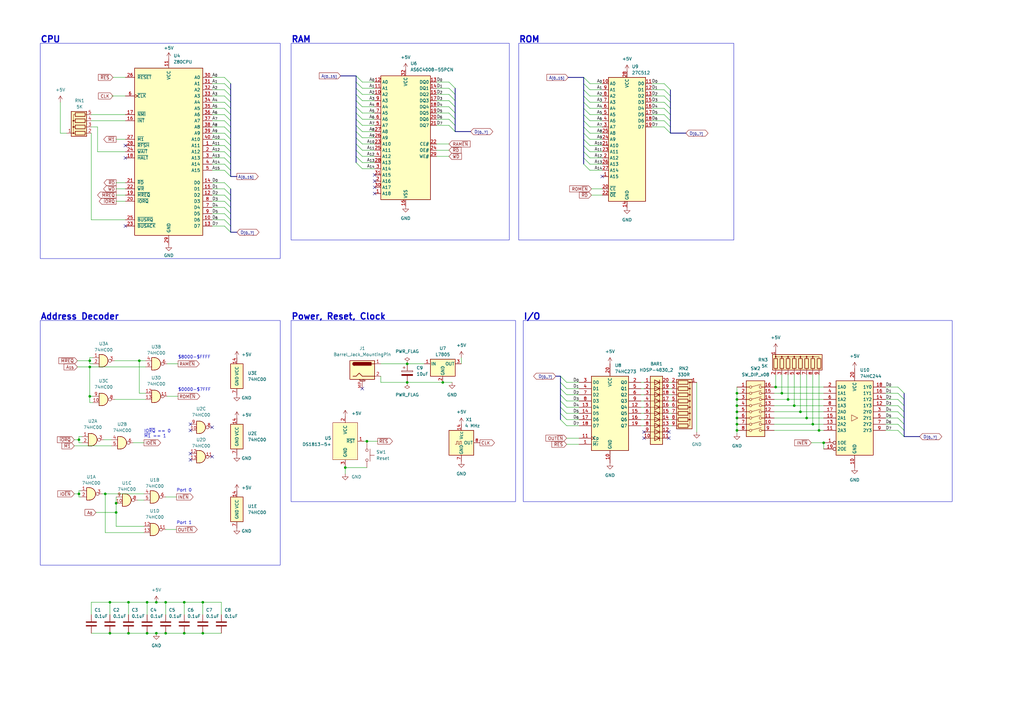
<source format=kicad_sch>
(kicad_sch (version 20230121) (generator eeschema)
  (paper "A3")
  (title_block (title "X80") (date "2023-07-17") (rev "1"))
  (junction (at 67.945 259.715))
  (junction (at 302.26 166.37))
  (junction (at 67.945 247.015))
  (junction (at 181.61 156.845))
  (junction (at 36.83 147.955))
  (junction (at 75.565 247.015))
  (junction (at 36.83 162.56))
  (junction (at 45.085 247.015))
  (junction (at 75.565 259.715))
  (junction (at 325.755 166.37))
  (junction (at 302.26 171.45))
  (junction (at 167.005 149.225))
  (junction (at 318.135 158.75))
  (junction (at 302.26 168.91))
  (junction (at 32.385 202.565))
  (junction (at 333.375 173.99))
  (junction (at 323.215 163.83))
  (junction (at 330.835 171.45))
  (junction (at 43.18 202.565))
  (junction (at 64.135 247.015))
  (junction (at 167.005 156.845))
  (junction (at 320.675 161.29))
  (junction (at 32.385 180.34))
  (junction (at 47.625 210.185))
  (junction (at 302.26 176.53))
  (junction (at 328.295 168.91))
  (junction (at 302.26 173.99))
  (junction (at 302.26 161.29))
  (junction (at 52.705 247.015))
  (junction (at 83.185 259.715))
  (junction (at 83.185 247.015))
  (junction (at 302.26 163.83))
  (junction (at 141.605 191.77))
  (junction (at 335.915 176.53))
  (junction (at 337.82 181.61))
  (junction (at 60.325 247.015))
  (junction (at 52.705 259.715))
  (junction (at 45.085 259.715))
  (junction (at 47.625 206.375))
  (junction (at 36.83 150.495))
  (junction (at 64.135 259.715))
  (junction (at 57.15 147.955))
  (junction (at 60.325 259.715))
  (junction (at 150.495 180.975))
  (no_connect (at 247.015 72.39))
  (no_connect (at 274.32 177.165))
  (no_connect (at 51.435 64.77))
  (no_connect (at 153.67 71.755))
  (no_connect (at 51.435 92.71))
  (no_connect (at 274.32 179.705))
  (no_connect (at 148.59 159.385))
  (no_connect (at 264.16 177.165))
  (no_connect (at 78.105 186.055))
  (no_connect (at 153.67 76.835))
  (no_connect (at 78.105 173.99))
  (no_connect (at 86.995 175.26))
  (no_connect (at 78.105 176.53))
  (no_connect (at 153.67 74.295))
  (no_connect (at 153.67 79.375))
  (no_connect (at 264.16 179.705))
  (no_connect (at 78.105 188.595))
  (no_connect (at 51.435 59.69))
  (no_connect (at 86.995 187.325))
  (bus_entry (at 92.075 87.63) (size 2.54 2.54))
  (bus_entry (at 272.415 36.83) (size 2.54 2.54))
  (bus_entry (at 184.15 38.735) (size 2.54 2.54))
  (bus_entry (at 241.935 67.31) (size -2.54 -2.54))
  (bus_entry (at 241.935 41.91) (size -2.54 -2.54))
  (bus_entry (at 368.3 171.45) (size 2.54 2.54))
  (bus_entry (at 148.59 36.195) (size -2.54 -2.54))
  (bus_entry (at 148.59 69.215) (size -2.54 -2.54))
  (bus_entry (at 148.59 51.435) (size -2.54 -2.54))
  (bus_entry (at 92.075 69.85) (size 2.54 2.54))
  (bus_entry (at 184.15 51.435) (size 2.54 2.54))
  (bus_entry (at 232.41 169.545) (size -2.54 -2.54))
  (bus_entry (at 92.075 44.45) (size 2.54 2.54))
  (bus_entry (at 184.15 33.655) (size 2.54 2.54))
  (bus_entry (at 148.59 46.355) (size -2.54 -2.54))
  (bus_entry (at 92.075 54.61) (size 2.54 2.54))
  (bus_entry (at 241.935 64.77) (size -2.54 -2.54))
  (bus_entry (at 368.3 158.75) (size 2.54 2.54))
  (bus_entry (at 241.935 49.53) (size -2.54 -2.54))
  (bus_entry (at 148.59 56.515) (size -2.54 -2.54))
  (bus_entry (at 241.935 54.61) (size -2.54 -2.54))
  (bus_entry (at 368.3 163.83) (size 2.54 2.54))
  (bus_entry (at 148.59 41.275) (size -2.54 -2.54))
  (bus_entry (at 92.075 74.93) (size 2.54 2.54))
  (bus_entry (at 232.41 161.925) (size -2.54 -2.54))
  (bus_entry (at 92.075 41.91) (size 2.54 2.54))
  (bus_entry (at 92.075 92.71) (size 2.54 2.54))
  (bus_entry (at 232.41 172.085) (size -2.54 -2.54))
  (bus_entry (at 232.41 156.845) (size -2.54 -2.54))
  (bus_entry (at 272.415 41.91) (size 2.54 2.54))
  (bus_entry (at 241.935 46.99) (size -2.54 -2.54))
  (bus_entry (at 92.075 52.07) (size 2.54 2.54))
  (bus_entry (at 92.075 62.23) (size 2.54 2.54))
  (bus_entry (at 184.15 41.275) (size 2.54 2.54))
  (bus_entry (at 272.415 34.29) (size 2.54 2.54))
  (bus_entry (at 272.415 44.45) (size 2.54 2.54))
  (bus_entry (at 232.41 174.625) (size -2.54 -2.54))
  (bus_entry (at 148.59 53.975) (size -2.54 -2.54))
  (bus_entry (at 184.15 48.895) (size 2.54 2.54))
  (bus_entry (at 241.935 69.85) (size -2.54 -2.54))
  (bus_entry (at 92.075 57.15) (size 2.54 2.54))
  (bus_entry (at 272.415 52.07) (size 2.54 2.54))
  (bus_entry (at 148.59 48.895) (size -2.54 -2.54))
  (bus_entry (at 368.3 161.29) (size 2.54 2.54))
  (bus_entry (at 241.935 36.83) (size -2.54 -2.54))
  (bus_entry (at 92.075 64.77) (size 2.54 2.54))
  (bus_entry (at 92.075 59.69) (size 2.54 2.54))
  (bus_entry (at 232.41 164.465) (size -2.54 -2.54))
  (bus_entry (at 92.075 49.53) (size 2.54 2.54))
  (bus_entry (at 148.59 43.815) (size -2.54 -2.54))
  (bus_entry (at 184.15 43.815) (size 2.54 2.54))
  (bus_entry (at 272.415 39.37) (size 2.54 2.54))
  (bus_entry (at 368.3 176.53) (size 2.54 2.54))
  (bus_entry (at 148.59 59.055) (size -2.54 -2.54))
  (bus_entry (at 368.3 173.99) (size 2.54 2.54))
  (bus_entry (at 184.15 36.195) (size 2.54 2.54))
  (bus_entry (at 92.075 67.31) (size 2.54 2.54))
  (bus_entry (at 184.15 46.355) (size 2.54 2.54))
  (bus_entry (at 148.59 38.735) (size -2.54 -2.54))
  (bus_entry (at 241.935 52.07) (size -2.54 -2.54))
  (bus_entry (at 232.41 159.385) (size -2.54 -2.54))
  (bus_entry (at 241.935 62.23) (size -2.54 -2.54))
  (bus_entry (at 92.075 34.29) (size 2.54 2.54))
  (bus_entry (at 368.3 168.91) (size 2.54 2.54))
  (bus_entry (at 92.075 31.75) (size 2.54 2.54))
  (bus_entry (at 241.935 34.29) (size -2.54 -2.54))
  (bus_entry (at 368.3 166.37) (size 2.54 2.54))
  (bus_entry (at 92.075 36.83) (size 2.54 2.54))
  (bus_entry (at 148.59 64.135) (size -2.54 -2.54))
  (bus_entry (at 92.075 90.17) (size 2.54 2.54))
  (bus_entry (at 92.075 85.09) (size 2.54 2.54))
  (bus_entry (at 92.075 82.55) (size 2.54 2.54))
  (bus_entry (at 241.935 57.15) (size -2.54 -2.54))
  (bus_entry (at 148.59 61.595) (size -2.54 -2.54))
  (bus_entry (at 92.075 77.47) (size 2.54 2.54))
  (bus_entry (at 148.59 66.675) (size -2.54 -2.54))
  (bus_entry (at 92.075 39.37) (size 2.54 2.54))
  (bus_entry (at 272.415 46.99) (size 2.54 2.54))
  (bus_entry (at 241.935 39.37) (size -2.54 -2.54))
  (bus_entry (at 148.59 33.655) (size -2.54 -2.54))
  (bus_entry (at 232.41 167.005) (size -2.54 -2.54))
  (bus_entry (at 92.075 80.01) (size 2.54 2.54))
  (bus_entry (at 241.935 44.45) (size -2.54 -2.54))
  (bus_entry (at 272.415 49.53) (size 2.54 2.54))
  (bus_entry (at 241.935 59.69) (size -2.54 -2.54))
  (bus_entry (at 92.075 46.99) (size 2.54 2.54))
  (wire (pts (xy 47.625 74.93) (xy 51.435 74.93)))
  (wire (pts (xy 267.335 34.29) (xy 272.415 34.29)))
  (bus (pts (xy 186.69 48.895) (xy 186.69 51.435)))
  (bus (pts (xy 94.615 36.83) (xy 94.615 39.37)))
  (wire (pts (xy 141.605 191.77) (xy 150.495 191.77)))
  (wire (pts (xy 45.085 259.715) (xy 37.465 259.715)))
  (wire (pts (xy 323.215 163.83) (xy 337.82 163.83)))
  (bus (pts (xy 146.05 43.815) (xy 146.05 41.275)))
  (wire (pts (xy 90.805 252.095) (xy 90.805 247.015)))
  (wire (pts (xy 267.335 44.45) (xy 272.415 44.45)))
  (bus (pts (xy 94.615 85.09) (xy 94.615 87.63)))
  (bus (pts (xy 186.69 38.735) (xy 186.69 41.275)))
  (wire (pts (xy 32.385 179.07) (xy 33.655 179.07)))
  (wire (pts (xy 285.75 156.845) (xy 285.75 177.165)))
  (wire (pts (xy 150.495 181.61) (xy 150.495 180.975)))
  (bus (pts (xy 94.615 69.85) (xy 94.615 72.39)))
  (wire (pts (xy 335.915 153.67) (xy 335.915 176.53)))
  (wire (pts (xy 330.835 171.45) (xy 337.82 171.45)))
  (wire (pts (xy 237.49 161.925) (xy 232.41 161.925)))
  (bus (pts (xy 94.615 92.71) (xy 94.615 95.25)))
  (bus (pts (xy 274.955 44.45) (xy 274.955 46.99)))
  (bus (pts (xy 94.615 95.25) (xy 97.155 95.25)))
  (wire (pts (xy 57.15 147.955) (xy 57.15 161.29)))
  (wire (pts (xy 179.07 38.735) (xy 184.15 38.735)))
  (wire (pts (xy 302.26 176.53) (xy 302.26 177.8)))
  (wire (pts (xy 36.83 149.225) (xy 38.1 149.225)))
  (wire (pts (xy 302.26 173.99) (xy 302.26 176.53)))
  (wire (pts (xy 46.99 147.955) (xy 57.15 147.955)))
  (wire (pts (xy 86.995 31.75) (xy 92.075 31.75)))
  (wire (pts (xy 64.135 247.015) (xy 67.945 247.015)))
  (wire (pts (xy 32.385 181.61) (xy 33.655 181.61)))
  (wire (pts (xy 153.67 61.595) (xy 148.59 61.595)))
  (wire (pts (xy 36.83 162.56) (xy 36.83 165.1)))
  (wire (pts (xy 179.07 48.895) (xy 184.15 48.895)))
  (wire (pts (xy 237.49 159.385) (xy 232.41 159.385)))
  (bus (pts (xy 186.69 53.975) (xy 193.04 53.975)))
  (bus (pts (xy 239.395 31.75) (xy 233.045 31.75)))
  (wire (pts (xy 47.625 203.835) (xy 47.625 206.375)))
  (bus (pts (xy 146.05 36.195) (xy 146.05 33.655)))
  (wire (pts (xy 189.23 146.685) (xy 189.23 149.225)))
  (wire (pts (xy 264.16 174.625) (xy 262.89 174.625)))
  (wire (pts (xy 72.39 217.17) (xy 67.945 217.17)))
  (wire (pts (xy 90.805 247.015) (xy 83.185 247.015)))
  (wire (pts (xy 75.565 252.095) (xy 75.565 247.015)))
  (wire (pts (xy 39.37 210.185) (xy 47.625 210.185)))
  (wire (pts (xy 247.015 59.69) (xy 241.935 59.69)))
  (bus (pts (xy 274.955 52.07) (xy 274.955 54.61)))
  (wire (pts (xy 317.5 166.37) (xy 325.755 166.37)))
  (bus (pts (xy 94.615 41.91) (xy 94.615 44.45)))
  (bus (pts (xy 94.615 52.07) (xy 94.615 54.61)))
  (wire (pts (xy 47.625 80.01) (xy 51.435 80.01)))
  (wire (pts (xy 43.18 202.565) (xy 43.18 218.44)))
  (wire (pts (xy 237.49 169.545) (xy 232.41 169.545)))
  (wire (pts (xy 86.995 49.53) (xy 92.075 49.53)))
  (wire (pts (xy 37.465 90.17) (xy 51.435 90.17)))
  (bus (pts (xy 229.87 164.465) (xy 229.87 161.925)))
  (wire (pts (xy 247.015 54.61) (xy 241.935 54.61)))
  (wire (pts (xy 32.385 179.07) (xy 32.385 180.34)))
  (wire (pts (xy 52.705 252.095) (xy 52.705 247.015)))
  (wire (pts (xy 32.385 203.835) (xy 32.385 202.565)))
  (wire (pts (xy 264.16 172.085) (xy 262.89 172.085)))
  (wire (pts (xy 24.765 54.61) (xy 27.305 54.61)))
  (wire (pts (xy 264.16 164.465) (xy 262.89 164.465)))
  (wire (pts (xy 185.42 156.845) (xy 181.61 156.845)))
  (wire (pts (xy 153.67 41.275) (xy 148.59 41.275)))
  (wire (pts (xy 54.61 181.61) (xy 59.055 181.61)))
  (wire (pts (xy 60.325 252.095) (xy 60.325 247.015)))
  (wire (pts (xy 156.21 156.845) (xy 167.005 156.845)))
  (wire (pts (xy 325.755 166.37) (xy 337.82 166.37)))
  (wire (pts (xy 37.465 252.095) (xy 37.465 247.015)))
  (wire (pts (xy 141.605 191.77) (xy 141.605 191.135)))
  (wire (pts (xy 86.995 39.37) (xy 92.075 39.37)))
  (bus (pts (xy 239.395 41.91) (xy 239.395 39.37)))
  (wire (pts (xy 86.995 64.77) (xy 92.075 64.77)))
  (wire (pts (xy 274.32 167.005) (xy 275.59 167.005)))
  (bus (pts (xy 370.84 168.91) (xy 370.84 171.45)))
  (wire (pts (xy 86.995 46.99) (xy 92.075 46.99)))
  (bus (pts (xy 94.615 90.17) (xy 94.615 92.71)))
  (wire (pts (xy 153.67 59.055) (xy 148.59 59.055)))
  (bus (pts (xy 94.615 80.01) (xy 94.615 82.55)))
  (bus (pts (xy 186.69 36.195) (xy 186.69 38.735)))
  (wire (pts (xy 57.15 147.955) (xy 59.69 147.955)))
  (wire (pts (xy 153.67 46.355) (xy 148.59 46.355)))
  (wire (pts (xy 363.22 161.29) (xy 368.3 161.29)))
  (wire (pts (xy 247.015 36.83) (xy 241.935 36.83)))
  (wire (pts (xy 67.945 252.095) (xy 67.945 247.015)))
  (wire (pts (xy 274.32 161.925) (xy 275.59 161.925)))
  (wire (pts (xy 51.435 82.55) (xy 47.625 82.55)))
  (wire (pts (xy 363.22 158.75) (xy 368.3 158.75)))
  (wire (pts (xy 153.67 36.195) (xy 148.59 36.195)))
  (wire (pts (xy 36.83 150.495) (xy 59.69 150.495)))
  (wire (pts (xy 32.385 180.34) (xy 32.385 181.61)))
  (bus (pts (xy 229.87 156.845) (xy 229.87 154.305)))
  (wire (pts (xy 37.465 54.61) (xy 37.465 90.17)))
  (wire (pts (xy 43.18 202.565) (xy 59.055 202.565)))
  (bus (pts (xy 239.395 64.77) (xy 239.395 62.23)))
  (wire (pts (xy 37.465 247.015) (xy 45.085 247.015)))
  (bus (pts (xy 370.84 166.37) (xy 370.84 168.91)))
  (wire (pts (xy 333.375 153.67) (xy 333.375 173.99)))
  (bus (pts (xy 146.05 64.135) (xy 146.05 61.595)))
  (bus (pts (xy 239.395 46.99) (xy 239.395 44.45)))
  (wire (pts (xy 184.15 59.055) (xy 179.07 59.055)))
  (wire (pts (xy 232.41 182.245) (xy 237.49 182.245)))
  (wire (pts (xy 184.15 64.135) (xy 179.07 64.135)))
  (bus (pts (xy 94.615 87.63) (xy 94.615 90.17)))
  (wire (pts (xy 36.83 150.495) (xy 36.83 162.56)))
  (bus (pts (xy 94.615 59.69) (xy 94.615 62.23)))
  (bus (pts (xy 94.615 64.77) (xy 94.615 67.31)))
  (wire (pts (xy 51.435 62.23) (xy 40.005 62.23)))
  (wire (pts (xy 184.15 61.595) (xy 179.07 61.595)))
  (wire (pts (xy 267.335 41.91) (xy 272.415 41.91)))
  (wire (pts (xy 328.295 168.91) (xy 337.82 168.91)))
  (wire (pts (xy 247.015 39.37) (xy 241.935 39.37)))
  (wire (pts (xy 36.83 147.955) (xy 36.83 149.225)))
  (wire (pts (xy 86.995 36.83) (xy 92.075 36.83)))
  (wire (pts (xy 328.295 153.67) (xy 328.295 168.91)))
  (wire (pts (xy 153.67 51.435) (xy 148.59 51.435)))
  (wire (pts (xy 317.5 176.53) (xy 335.915 176.53)))
  (wire (pts (xy 153.67 66.675) (xy 148.59 66.675)))
  (wire (pts (xy 302.26 158.75) (xy 302.26 161.29)))
  (wire (pts (xy 317.5 171.45) (xy 330.835 171.45)))
  (wire (pts (xy 156.21 154.305) (xy 156.21 156.845)))
  (wire (pts (xy 320.675 153.67) (xy 320.675 161.29)))
  (wire (pts (xy 330.835 153.67) (xy 330.835 171.45)))
  (bus (pts (xy 229.87 161.925) (xy 229.87 159.385)))
  (wire (pts (xy 153.67 33.655) (xy 148.59 33.655)))
  (bus (pts (xy 239.395 52.07) (xy 239.395 49.53)))
  (wire (pts (xy 47.625 57.15) (xy 51.435 57.15)))
  (bus (pts (xy 146.05 31.115) (xy 139.7 31.115)))
  (wire (pts (xy 317.5 163.83) (xy 323.215 163.83)))
  (wire (pts (xy 317.5 168.91) (xy 328.295 168.91)))
  (wire (pts (xy 30.48 182.88) (xy 45.72 182.88)))
  (wire (pts (xy 237.49 156.845) (xy 232.41 156.845)))
  (wire (pts (xy 30.48 180.34) (xy 32.385 180.34)))
  (wire (pts (xy 167.005 149.225) (xy 173.99 149.225)))
  (wire (pts (xy 32.385 202.565) (xy 32.385 201.295)))
  (wire (pts (xy 32.385 203.835) (xy 33.02 203.835)))
  (wire (pts (xy 153.67 38.735) (xy 148.59 38.735)))
  (wire (pts (xy 264.16 159.385) (xy 262.89 159.385)))
  (wire (pts (xy 237.49 167.005) (xy 232.41 167.005)))
  (wire (pts (xy 363.22 171.45) (xy 368.3 171.45)))
  (bus (pts (xy 146.05 53.975) (xy 146.05 51.435)))
  (bus (pts (xy 239.395 59.69) (xy 239.395 57.15)))
  (bus (pts (xy 370.84 163.83) (xy 370.84 166.37)))
  (wire (pts (xy 320.675 161.29) (xy 337.82 161.29)))
  (bus (pts (xy 94.615 34.29) (xy 94.615 36.83)))
  (wire (pts (xy 302.26 168.91) (xy 302.26 171.45)))
  (wire (pts (xy 141.605 194.31) (xy 141.605 191.77)))
  (wire (pts (xy 323.215 153.67) (xy 323.215 163.83)))
  (wire (pts (xy 32.385 201.295) (xy 33.02 201.295)))
  (bus (pts (xy 239.395 49.53) (xy 239.395 46.99)))
  (wire (pts (xy 83.185 259.715) (xy 75.565 259.715)))
  (bus (pts (xy 94.615 77.47) (xy 94.615 80.01)))
  (wire (pts (xy 86.995 85.09) (xy 92.075 85.09)))
  (bus (pts (xy 239.395 62.23) (xy 239.395 59.69)))
  (bus (pts (xy 94.615 44.45) (xy 94.615 46.99)))
  (bus (pts (xy 146.05 38.735) (xy 146.05 36.195)))
  (wire (pts (xy 179.07 41.275) (xy 184.15 41.275)))
  (wire (pts (xy 24.765 41.91) (xy 24.765 54.61)))
  (bus (pts (xy 146.05 51.435) (xy 146.05 48.895)))
  (wire (pts (xy 42.545 180.34) (xy 45.72 180.34)))
  (bus (pts (xy 94.615 82.55) (xy 94.615 85.09)))
  (bus (pts (xy 186.69 46.355) (xy 186.69 48.895)))
  (bus (pts (xy 370.84 176.53) (xy 370.84 179.07)))
  (wire (pts (xy 363.22 176.53) (xy 368.3 176.53)))
  (wire (pts (xy 41.91 202.565) (xy 43.18 202.565)))
  (wire (pts (xy 317.5 173.99) (xy 333.375 173.99)))
  (bus (pts (xy 146.05 61.595) (xy 146.05 59.055)))
  (wire (pts (xy 333.375 173.99) (xy 337.82 173.99)))
  (wire (pts (xy 179.07 46.355) (xy 184.15 46.355)))
  (wire (pts (xy 86.995 62.23) (xy 92.075 62.23)))
  (bus (pts (xy 229.87 167.005) (xy 229.87 164.465)))
  (wire (pts (xy 179.07 36.195) (xy 184.15 36.195)))
  (bus (pts (xy 94.615 62.23) (xy 94.615 64.77)))
  (wire (pts (xy 83.185 252.095) (xy 83.185 247.015)))
  (bus (pts (xy 186.69 43.815) (xy 186.69 46.355)))
  (wire (pts (xy 247.015 49.53) (xy 241.935 49.53)))
  (bus (pts (xy 94.615 57.15) (xy 94.615 59.69)))
  (wire (pts (xy 274.32 164.465) (xy 275.59 164.465)))
  (bus (pts (xy 239.395 44.45) (xy 239.395 41.91)))
  (wire (pts (xy 45.085 252.095) (xy 45.085 247.015)))
  (bus (pts (xy 146.05 48.895) (xy 146.05 46.355)))
  (wire (pts (xy 267.335 36.83) (xy 272.415 36.83)))
  (wire (pts (xy 51.435 49.53) (xy 37.465 49.53)))
  (bus (pts (xy 239.395 34.29) (xy 239.395 31.75)))
  (wire (pts (xy 86.995 77.47) (xy 92.075 77.47)))
  (wire (pts (xy 318.135 153.67) (xy 318.135 158.75)))
  (wire (pts (xy 332.74 181.61) (xy 337.82 181.61)))
  (wire (pts (xy 335.915 176.53) (xy 337.82 176.53)))
  (bus (pts (xy 186.69 41.275) (xy 186.69 43.815)))
  (wire (pts (xy 267.335 52.07) (xy 272.415 52.07)))
  (wire (pts (xy 75.565 259.715) (xy 67.945 259.715)))
  (bus (pts (xy 274.955 49.53) (xy 274.955 52.07)))
  (wire (pts (xy 31.75 150.495) (xy 36.83 150.495)))
  (wire (pts (xy 51.435 77.47) (xy 47.625 77.47)))
  (bus (pts (xy 186.69 51.435) (xy 186.69 53.975)))
  (wire (pts (xy 31.75 147.955) (xy 36.83 147.955)))
  (bus (pts (xy 239.395 57.15) (xy 239.395 54.61)))
  (bus (pts (xy 274.955 54.61) (xy 281.305 54.61)))
  (wire (pts (xy 86.995 41.91) (xy 92.075 41.91)))
  (wire (pts (xy 86.995 90.17) (xy 92.075 90.17)))
  (bus (pts (xy 370.84 161.29) (xy 370.84 163.83)))
  (wire (pts (xy 47.625 206.375) (xy 47.625 210.185)))
  (wire (pts (xy 43.18 218.44) (xy 59.055 218.44)))
  (bus (pts (xy 370.84 179.07) (xy 377.19 179.07)))
  (bus (pts (xy 239.395 67.31) (xy 239.395 64.77)))
  (wire (pts (xy 247.015 34.29) (xy 241.935 34.29)))
  (wire (pts (xy 153.67 53.975) (xy 148.59 53.975)))
  (wire (pts (xy 86.995 57.15) (xy 92.075 57.15)))
  (wire (pts (xy 363.22 163.83) (xy 368.3 163.83)))
  (bus (pts (xy 146.05 33.655) (xy 146.05 31.115)))
  (wire (pts (xy 247.015 46.99) (xy 241.935 46.99)))
  (wire (pts (xy 47.625 210.185) (xy 47.625 215.9)))
  (wire (pts (xy 153.67 43.815) (xy 148.59 43.815)))
  (wire (pts (xy 242.57 80.01) (xy 247.015 80.01)))
  (wire (pts (xy 363.22 168.91) (xy 368.3 168.91)))
  (wire (pts (xy 267.335 46.99) (xy 272.415 46.99)))
  (wire (pts (xy 274.32 159.385) (xy 275.59 159.385)))
  (wire (pts (xy 40.005 52.07) (xy 37.465 52.07)))
  (wire (pts (xy 337.82 184.15) (xy 337.82 181.61)))
  (wire (pts (xy 30.48 202.565) (xy 32.385 202.565)))
  (wire (pts (xy 36.83 162.56) (xy 38.1 162.56)))
  (wire (pts (xy 153.67 48.895) (xy 148.59 48.895)))
  (wire (pts (xy 86.995 82.55) (xy 92.075 82.55)))
  (wire (pts (xy 237.49 164.465) (xy 232.41 164.465)))
  (bus (pts (xy 370.84 173.99) (xy 370.84 176.53)))
  (wire (pts (xy 247.015 69.85) (xy 241.935 69.85)))
  (bus (pts (xy 229.87 169.545) (xy 229.87 167.005)))
  (wire (pts (xy 274.32 174.625) (xy 275.59 174.625)))
  (wire (pts (xy 154.94 180.975) (xy 150.495 180.975)))
  (wire (pts (xy 46.355 31.75) (xy 51.435 31.75)))
  (bus (pts (xy 239.395 39.37) (xy 239.395 36.83)))
  (bus (pts (xy 146.05 56.515) (xy 146.05 53.975)))
  (wire (pts (xy 36.83 165.1) (xy 38.1 165.1)))
  (bus (pts (xy 146.05 66.675) (xy 146.05 64.135)))
  (bus (pts (xy 229.87 159.385) (xy 229.87 156.845)))
  (wire (pts (xy 264.16 156.845) (xy 262.89 156.845)))
  (wire (pts (xy 60.325 259.715) (xy 52.705 259.715)))
  (wire (pts (xy 267.335 39.37) (xy 272.415 39.37)))
  (bus (pts (xy 274.955 39.37) (xy 274.955 41.91)))
  (wire (pts (xy 64.135 259.715) (xy 67.945 259.715)))
  (bus (pts (xy 274.955 46.99) (xy 274.955 49.53)))
  (wire (pts (xy 179.07 33.655) (xy 184.15 33.655)))
  (wire (pts (xy 302.26 161.29) (xy 302.26 163.83)))
  (wire (pts (xy 156.21 149.225) (xy 167.005 149.225)))
  (wire (pts (xy 86.995 92.71) (xy 92.075 92.71)))
  (bus (pts (xy 94.615 46.99) (xy 94.615 49.53)))
  (wire (pts (xy 86.995 44.45) (xy 92.075 44.45)))
  (wire (pts (xy 36.83 146.685) (xy 38.1 146.685)))
  (wire (pts (xy 318.135 158.75) (xy 337.82 158.75)))
  (wire (pts (xy 86.995 52.07) (xy 92.075 52.07)))
  (bus (pts (xy 94.615 67.31) (xy 94.615 69.85)))
  (wire (pts (xy 232.41 179.705) (xy 237.49 179.705)))
  (wire (pts (xy 237.49 172.085) (xy 232.41 172.085)))
  (wire (pts (xy 302.26 166.37) (xy 302.26 168.91)))
  (wire (pts (xy 153.67 69.215) (xy 148.59 69.215)))
  (wire (pts (xy 67.945 203.835) (xy 72.39 203.835)))
  (bus (pts (xy 146.05 59.055) (xy 146.05 56.515)))
  (bus (pts (xy 239.395 54.61) (xy 239.395 52.07)))
  (wire (pts (xy 86.995 74.93) (xy 92.075 74.93)))
  (wire (pts (xy 264.16 167.005) (xy 262.89 167.005)))
  (bus (pts (xy 94.615 39.37) (xy 94.615 41.91)))
  (wire (pts (xy 75.565 247.015) (xy 67.945 247.015)))
  (wire (pts (xy 45.72 39.37) (xy 51.435 39.37)))
  (wire (pts (xy 83.185 247.015) (xy 75.565 247.015)))
  (wire (pts (xy 264.16 161.925) (xy 262.89 161.925)))
  (wire (pts (xy 150.495 180.975) (xy 149.225 180.975)))
  (bus (pts (xy 274.955 41.91) (xy 274.955 44.45)))
  (wire (pts (xy 325.755 153.67) (xy 325.755 166.37)))
  (wire (pts (xy 247.015 67.31) (xy 241.935 67.31)))
  (wire (pts (xy 302.26 163.83) (xy 302.26 166.37)))
  (wire (pts (xy 302.26 171.45) (xy 302.26 173.99)))
  (wire (pts (xy 274.32 156.845) (xy 275.59 156.845)))
  (bus (pts (xy 146.05 46.355) (xy 146.05 43.815)))
  (bus (pts (xy 94.615 49.53) (xy 94.615 52.07)))
  (wire (pts (xy 86.995 54.61) (xy 92.075 54.61)))
  (wire (pts (xy 247.015 41.91) (xy 241.935 41.91)))
  (wire (pts (xy 86.995 34.29) (xy 92.075 34.29)))
  (wire (pts (xy 83.185 259.715) (xy 90.805 259.715)))
  (wire (pts (xy 60.325 247.015) (xy 64.135 247.015)))
  (wire (pts (xy 86.995 69.85) (xy 92.075 69.85)))
  (wire (pts (xy 86.995 87.63) (xy 92.075 87.63)))
  (wire (pts (xy 57.15 161.29) (xy 59.69 161.29)))
  (bus (pts (xy 229.87 172.085) (xy 229.87 169.545)))
  (wire (pts (xy 317.5 161.29) (xy 320.675 161.29)))
  (wire (pts (xy 68.58 162.56) (xy 73.025 162.56)))
  (wire (pts (xy 46.99 163.83) (xy 59.69 163.83)))
  (wire (pts (xy 264.16 169.545) (xy 262.89 169.545)))
  (wire (pts (xy 47.625 215.9) (xy 59.055 215.9)))
  (bus (pts (xy 229.87 154.305) (xy 227.965 154.305)))
  (wire (pts (xy 45.085 247.015) (xy 52.705 247.015)))
  (wire (pts (xy 274.32 169.545) (xy 275.59 169.545)))
  (bus (pts (xy 146.05 41.275) (xy 146.05 38.735)))
  (wire (pts (xy 179.07 43.815) (xy 184.15 43.815)))
  (bus (pts (xy 274.955 36.83) (xy 274.955 39.37)))
  (bus (pts (xy 94.615 54.61) (xy 94.615 57.15)))
  (wire (pts (xy 363.22 166.37) (xy 368.3 166.37)))
  (wire (pts (xy 56.515 205.105) (xy 59.055 205.105)))
  (wire (pts (xy 153.67 56.515) (xy 148.59 56.515)))
  (wire (pts (xy 247.015 44.45) (xy 241.935 44.45)))
  (wire (pts (xy 237.49 174.625) (xy 232.41 174.625)))
  (wire (pts (xy 267.335 49.53) (xy 272.415 49.53)))
  (wire (pts (xy 247.015 62.23) (xy 241.935 62.23)))
  (wire (pts (xy 86.995 67.31) (xy 92.075 67.31)))
  (wire (pts (xy 52.705 259.715) (xy 45.085 259.715)))
  (wire (pts (xy 60.325 259.715) (xy 64.135 259.715)))
  (wire (pts (xy 40.005 62.23) (xy 40.005 52.07)))
  (wire (pts (xy 37.465 46.99) (xy 51.435 46.99)))
  (bus (pts (xy 94.615 72.39) (xy 97.155 72.39)))
  (bus (pts (xy 370.84 171.45) (xy 370.84 173.99)))
  (wire (pts (xy 68.58 149.225) (xy 73.025 149.225)))
  (wire (pts (xy 52.705 247.015) (xy 60.325 247.015)))
  (wire (pts (xy 167.005 156.845) (xy 181.61 156.845)))
  (wire (pts (xy 153.67 64.135) (xy 148.59 64.135)))
  (wire (pts (xy 317.5 158.75) (xy 318.135 158.75)))
  (wire (pts (xy 363.22 173.99) (xy 368.3 173.99)))
  (bus (pts (xy 239.395 36.83) (xy 239.395 34.29)))
  (wire (pts (xy 86.995 59.69) (xy 92.075 59.69)))
  (wire (pts (xy 247.015 64.77) (xy 241.935 64.77)))
  (wire (pts (xy 274.32 172.085) (xy 275.59 172.085)))
  (wire (pts (xy 179.07 51.435) (xy 184.15 51.435)))
  (wire (pts (xy 86.995 80.01) (xy 92.075 80.01)))
  (wire (pts (xy 36.83 147.955) (xy 36.83 146.685)))
  (wire (pts (xy 242.57 77.47) (xy 247.015 77.47)))
  (wire (pts (xy 247.015 52.07) (xy 241.935 52.07)))
  (wire (pts (xy 247.015 57.15) (xy 241.935 57.15)))
  (rectangle (start 16.51 131.445) (end 114.935 231.775))
  (rectangle (start 119.38 17.78) (end 208.915 98.425))
  (rectangle (start 214.63 131.445) (end 390.525 205.74))
  (rectangle (start 212.725 17.78) (end 300.99 98.425))
  (rectangle (start 16.51 17.78) (end 114.935 106.045))
  (rectangle (start 119.38 131.445) (end 211.455 205.74))
  (text "RAM" (at 119.38 17.78 0) (effects (font (size 2.54 2.54) (thickness 0.508) bold) (justify left bottom)))
  (text "Power, Reset, Clock" (at 119.38 131.445 0) (effects (font (size 2.54 2.54) (thickness 0.508) bold) (justify left bottom)))
  (text "CPU" (at 16.51 17.78 0) (effects (font (size 2.54 2.54) (thickness 0.508) bold) (justify left bottom)))
  (text "ROM" (at 212.725 17.78 0) (effects (font (size 2.54 2.54) (thickness 0.508) bold) (justify left bottom)))
  (text "IO~{RQ} == 0\n~{M1} == 1" (at 59.055 179.705 0) (effects (font (size 1.27 1.27)) (justify left bottom)))
  (text "Port 0" (at 72.39 201.93 0) (effects (font (size 1.27 1.27)) (justify left bottom)))
  (text "I/O" (at 214.63 131.445 0) (effects (font (size 2.54 2.54) (thickness 0.508) bold) (justify left bottom)))
  (text "Address Decoder" (at 16.51 131.445 0) (effects (font (size 2.54 2.54) (thickness 0.508) bold) (justify left bottom)))
  (text "$8000-$FFFF" (at 73.025 147.32 0) (effects (font (size 1.27 1.27)) (justify left bottom)))
  (text "$0000-$7FFF" (at 73.025 160.655 0) (effects (font (size 1.27 1.27)) (justify left bottom)))
  (text "Port 1" (at 72.39 215.265 0) (effects (font (size 1.27 1.27)) (justify left bottom)))
  (label "A_{4}" (at 153.67 43.815 180))
  (label "D_{4}" (at 363.22 168.91 0))
  (label "A_{14}" (at 86.995 67.31 0))
  (label "D_{6}" (at 179.07 48.895 0))
  (label "A_{1}" (at 86.995 34.29 0))
  (label "A_{7}" (at 247.015 52.07 180))
  (label "D_{5}" (at 267.335 46.99 0))
  (label "A_{14}" (at 153.67 69.215 180))
  (label "D_{7}" (at 237.49 174.625 180))
  (label "D_{5}" (at 237.49 169.545 180))
  (label "A_{7}" (at 153.67 51.435 180))
  (label "A_{9}" (at 247.015 57.15 180))
  (label "A_{9}" (at 86.995 54.61 0))
  (label "A_{3}" (at 86.995 39.37 0))
  (label "A_{2}" (at 247.015 39.37 180))
  (label "D_{2}" (at 363.22 163.83 0))
  (label "D_{2}" (at 237.49 161.925 180))
  (label "D_{6}" (at 237.49 172.085 180))
  (label "D_{3}" (at 363.22 166.37 0))
  (label "A_{13}" (at 153.67 66.675 180))
  (label "A_{1}" (at 153.67 36.195 180))
  (label "A_{4}" (at 86.995 41.91 0))
  (label "A_{13}" (at 86.995 64.77 0))
  (label "D_{6}" (at 86.995 90.17 0))
  (label "A_{5}" (at 247.015 46.99 180))
  (label "D_{2}" (at 179.07 38.735 0))
  (label "D_{6}" (at 363.22 173.99 0))
  (label "D_{0}" (at 179.07 33.655 0))
  (label "A_{13}" (at 247.015 67.31 180))
  (label "D_{0}" (at 237.49 156.845 180))
  (label "A_{6}" (at 247.015 49.53 180))
  (label "A_{14}" (at 247.015 69.85 180))
  (label "D_{7}" (at 363.22 176.53 0))
  (label "D_{3}" (at 86.995 82.55 0))
  (label "D_{4}" (at 237.49 167.005 180))
  (label "A_{8}" (at 247.015 54.61 180))
  (label "A_{1}" (at 247.015 36.83 180))
  (label "D_{4}" (at 179.07 43.815 0))
  (label "A_{3}" (at 247.015 41.91 180))
  (label "D_{2}" (at 86.995 80.01 0))
  (label "D_{1}" (at 237.49 159.385 180))
  (label "A_{12}" (at 247.015 64.77 180))
  (label "A_{2}" (at 153.67 38.735 180))
  (label "A_{10}" (at 153.67 59.055 180))
  (label "A_{10}" (at 86.995 57.15 0))
  (label "A_{10}" (at 247.015 59.69 180))
  (label "D_{1}" (at 86.995 77.47 0))
  (label "A_{8}" (at 86.995 52.07 0))
  (label "A_{6}" (at 153.67 48.895 180))
  (label "A_{15}" (at 86.995 69.85 0))
  (label "D_{1}" (at 179.07 36.195 0))
  (label "A_{4}" (at 247.015 44.45 180))
  (label "D_{3}" (at 179.07 41.275 0))
  (label "D_{1}" (at 267.335 36.83 0))
  (label "A_{3}" (at 153.67 41.275 180))
  (label "A_{0}" (at 153.67 33.655 180))
  (label "D_{5}" (at 363.22 171.45 0))
  (label "D_{4}" (at 86.995 85.09 0))
  (label "D_{6}" (at 267.335 49.53 0))
  (label "D_{3}" (at 237.49 164.465 180))
  (label "D_{2}" (at 267.335 39.37 0))
  (label "A_{5}" (at 153.67 46.355 180))
  (label "A_{2}" (at 86.995 36.83 0))
  (label "A_{9}" (at 153.67 56.515 180))
  (label "A_{8}" (at 153.67 53.975 180))
  (label "D_{5}" (at 179.07 46.355 0))
  (label "A_{11}" (at 86.995 59.69 0))
  (label "D_{7}" (at 86.995 92.71 0))
  (label "D_{3}" (at 267.335 41.91 0))
  (label "D_{7}" (at 267.335 52.07 0))
  (label "D_{4}" (at 267.335 44.45 0))
  (label "A_{6}" (at 86.995 46.99 0))
  (label "D_{7}" (at 179.07 51.435 0))
  (label "D_{0}" (at 86.995 74.93 0))
  (label "A_{12}" (at 86.995 62.23 0))
  (label "A_{7}" (at 86.995 49.53 0))
  (label "A_{0}" (at 86.995 31.75 0))
  (label "A_{11}" (at 247.015 62.23 180))
  (label "A_{0}" (at 247.015 34.29 180))
  (label "D_{1}" (at 363.22 161.29 0))
  (label "A_{5}" (at 86.995 44.45 0))
  (label "A_{11}" (at 153.67 61.595 180))
  (label "D_{0}" (at 267.335 34.29 0))
  (label "D_{5}" (at 86.995 87.63 0))
  (label "D_{0}" (at 363.22 158.75 0))
  (label "A_{12}" (at 153.67 64.135 180))
  (global_label "OUT~{EN}" (shape output) (at 72.39 217.17 0) (property "Intersheetrefs" "${INTERSHEET_REFS}" (effects hide)))
  (global_label "CLK" (shape output) (at 196.85 181.61 0) (property "Intersheetrefs" "${INTERSHEET_REFS}" (effects hide)))
  (global_label "~{M1}" (shape input) (at 30.48 182.88 180) (property "Intersheetrefs" "${INTERSHEET_REFS}" (effects hide)))
  (global_label "~{RD}" (shape input) (at 184.15 61.595 0) (property "Intersheetrefs" "${INTERSHEET_REFS}" (effects hide)))
  (global_label "A_{15}" (shape input) (at 31.75 150.495 180) (property "Intersheetrefs" "${INTERSHEET_REFS}" (effects hide)))
  (global_label "IN~{EN}" (shape output) (at 72.39 203.835 0) (property "Intersheetrefs" "${INTERSHEET_REFS}" (effects hide)))
  (global_label "OUT~{EN}" (shape input) (at 232.41 179.705 180) (property "Intersheetrefs" "${INTERSHEET_REFS}" (effects hide)))
  (global_label "D_{[0..7]}" (shape bidirectional) (at 227.965 154.305 180) (property "Intersheetrefs" "${INTERSHEET_REFS}" (effects hide)))
  (global_label "ROM~{EN}" (shape output) (at 73.025 162.56 0) (property "Intersheetrefs" "${INTERSHEET_REFS}" (effects hide)))
  (global_label "~{IORQ}" (shape output) (at 47.625 82.55 180) (property "Intersheetrefs" "${INTERSHEET_REFS}" (effects hide)))
  (global_label "~{MREQ}" (shape output) (at 47.625 80.01 180) (property "Intersheetrefs" "${INTERSHEET_REFS}" (effects hide)))
  (global_label "~{M1}" (shape output) (at 47.625 57.15 180) (property "Intersheetrefs" "${INTERSHEET_REFS}" (effects hide)))
  (global_label "A_{0}" (shape input) (at 39.37 210.185 180) (property "Intersheetrefs" "${INTERSHEET_REFS}" (effects hide)))
  (global_label "IN~{EN}" (shape input) (at 332.74 181.61 180) (property "Intersheetrefs" "${INTERSHEET_REFS}" (effects hide)))
  (global_label "CLK" (shape input) (at 46.355 39.37 180) (property "Intersheetrefs" "${INTERSHEET_REFS}" (effects hide)))
  (global_label "D_{[0..7]}" (shape bidirectional) (at 97.155 95.25 0) (property "Intersheetrefs" "${INTERSHEET_REFS}" (effects hide)))
  (global_label "~{IORQ}" (shape input) (at 30.48 180.34 180) (property "Intersheetrefs" "${INTERSHEET_REFS}" (effects hide)))
  (global_label "A_{[0..15]}" (shape input) (at 233.045 31.75 180) (property "Intersheetrefs" "${INTERSHEET_REFS}" (effects hide)))
  (global_label "RAM~{EN}" (shape output) (at 73.025 149.225 0) (property "Intersheetrefs" "${INTERSHEET_REFS}" (effects hide)))
  (global_label "~{RD}" (shape input) (at 242.57 80.01 180) (property "Intersheetrefs" "${INTERSHEET_REFS}" (effects hide)))
  (global_label "A_{[0..15]}" (shape input) (at 139.7 31.115 180) (property "Intersheetrefs" "${INTERSHEET_REFS}" (effects hide)))
  (global_label "~{RD}" (shape output) (at 47.625 74.93 180) (property "Intersheetrefs" "${INTERSHEET_REFS}" (effects hide)))
  (global_label "D_{[0..7]}" (shape bidirectional) (at 193.04 53.975 0) (property "Intersheetrefs" "${INTERSHEET_REFS}" (effects hide)))
  (global_label "ROM~{EN}" (shape input) (at 242.57 77.47 180) (property "Intersheetrefs" "${INTERSHEET_REFS}" (effects hide)))
  (global_label "RAM~{EN}" (shape input) (at 184.15 59.055 0) (property "Intersheetrefs" "${INTERSHEET_REFS}" (effects hide)))
  (global_label "~{RES}" (shape input) (at 232.41 182.245 180) (property "Intersheetrefs" "${INTERSHEET_REFS}" (effects hide)))
  (global_label "IO~{EN}" (shape input) (at 30.48 202.565 180) (property "Intersheetrefs" "${INTERSHEET_REFS}" (effects hide)))
  (global_label "~{MREQ}" (shape input) (at 31.75 147.955 180) (property "Intersheetrefs" "${INTERSHEET_REFS}" (effects hide)))
  (global_label "A_{[0..15]}" (shape output) (at 97.155 72.39 0) (property "Intersheetrefs" "${INTERSHEET_REFS}" (effects hide)))
  (global_label "D_{[0..7]}" (shape bidirectional) (at 281.305 54.61 0) (property "Intersheetrefs" "${INTERSHEET_REFS}" (effects hide)))
  (global_label "~{RES}" (shape output) (at 154.94 180.975 0) (property "Intersheetrefs" "${INTERSHEET_REFS}" (effects hide)))
  (global_label "~{WD}" (shape output) (at 47.625 77.47 180) (property "Intersheetrefs" "${INTERSHEET_REFS}" (effects hide)))
  (global_label "~{WD}" (shape input) (at 184.15 64.135 0) (property "Intersheetrefs" "${INTERSHEET_REFS}" (effects hide)))
  (global_label "IO~{EN}" (shape output) (at 59.055 181.61 0) (property "Intersheetrefs" "${INTERSHEET_REFS}" (effects hide)))
  (global_label "~{RES}" (shape input) (at 46.355 31.75 180) (property "Intersheetrefs" "${INTERSHEET_REFS}" (effects hide)))
  (global_label "D_{[0..7]}" (shape bidirectional) (at 377.19 179.07 0) (property "Intersheetrefs" "${INTERSHEET_REFS}" (effects hide)))
  (symbol (lib_id "LED:HDSP-4830_2") (at 269.24 167.005 0) (unit 1)
    (property "Reference" "BAR1" (at 269.24 149.225 0))
    (property "Value" "HDSP-4830_2" (at 269.24 151.765 0))
    (property "Footprint" "Display:HDSP-4830" (effects hide))
    (property "Datasheet" "https://docs.broadcom.com/docs/AV02-1798EN" (effects hide))
  )
  (symbol (lib_id "power:+5V") (at 69.215 24.13 0) (unit 1)
    (property "Reference" "#PWR04" (effects hide))
    (property "Value" "+5V" (at 69.215 19.685 0))
  )
  (symbol (lib_id "74hc00_small:74HC00") (at 52.07 181.61 0) (unit 2)
    (property "Reference" "U2" (at 50.1015 173.99 0))
    (property "Value" "74HC00" (at 50.1015 176.53 0))
    (property "Footprint" "Package_DIP:DIP-14_W7.62mm_Socket" (effects hide))
    (property "Datasheet" "http://www.ti.com/lit/gpn/sn74hc00" (effects hide))
  )
  (symbol (lib_id "power:+5V") (at 189.23 173.99 0) (unit 1)
    (property "Reference" "#PWR018" (effects hide))
    (property "Value" "+5V" (at 189.23 168.91 0))
  )
  (symbol (lib_id "74xx:74HC273") (at 250.19 169.545 0) (unit 1)
    (property "Reference" "U8" (at 252.1459 149.86 0) (effects (justify left)))
    (property "Value" "74HC273" (at 252.1459 152.4 0) (effects (justify left)))
    (property "Footprint" "Package_DIP:DIP-20_W7.62mm_Socket" (effects hide))
    (property "Datasheet" "https://assets.nexperia.com/documents/data-sheet/74HC_HCT273.pdf" (effects hide))
  )
  (symbol (lib_id "Device:C") (at 83.185 255.905 0) (unit 1)
    (property "Reference" "C7" (at 84.455 250.19 0) (effects (justify left)))
    (property "Value" "0.1uF" (at 84.455 252.73 0) (effects (justify left)))
    (property "Footprint" "Capacitor_THT:C_Disc_D3.0mm_W1.6mm_P2.50mm" (effects hide))
  )
  (symbol (lib_id "power:PWR_FLAG") (at 167.005 149.225 0) (mirror y) (unit 1)
    (property "Reference" "#FLG01" (effects hide))
    (property "Value" "PWR_FLAG" (at 167.005 144.145 0))
  )
  (symbol (lib_id "74hc00_small:74HC00") (at 44.45 147.955 0) (unit 1)
    (property "Reference" "U3" (at 42.4815 140.97 0))
    (property "Value" "74HC00" (at 42.4815 143.51 0))
    (property "Footprint" "Package_DIP:DIP-14_W7.62mm_Socket" (effects hide))
    (property "Datasheet" "http://www.ti.com/lit/gpn/sn74hc00" (effects hide))
  )
  (symbol (lib_id "power:GND") (at 350.52 191.77 0) (unit 1)
    (property "Reference" "#PWR028" (effects hide))
    (property "Value" "GND" (at 350.52 196.85 0))
  )
  (symbol (lib_id "power:+5V") (at 97.155 171.45 0) (unit 1)
    (property "Reference" "#PWR08" (effects hide))
    (property "Value" "+5V" (at 99.06 170.18 0) (effects (justify left)))
  )
  (symbol (lib_id "power:GND") (at 257.175 85.09 0) (unit 1)
    (property "Reference" "#PWR023" (effects hide))
    (property "Value" "GND" (at 257.175 90.17 0))
  )
  (symbol (lib_id "power:+5V") (at 24.765 41.91 0) (unit 1)
    (property "Reference" "#PWR01" (effects hide))
    (property "Value" "+5V" (at 24.765 36.83 0))
  )
  (symbol (lib_id "Device:R_Network08") (at 280.67 167.005 270) (unit 1)
    (property "Reference" "RN2" (at 280.416 151.13 90))
    (property "Value" "330R" (at 280.416 153.67 90))
    (property "Footprint" "Resistor_THT:R_Array_SIP9" (effects hide))
    (property "Datasheet" "http://www.vishay.com/docs/31509/csc.pdf" (effects hide))
  )
  (symbol (lib_id "power:GND") (at 141.605 194.31 0) (unit 1)
    (property "Reference" "#PWR013" (effects hide))
    (property "Value" "GND" (at 144.145 195.58 0) (effects (justify left)))
  )
  (symbol (lib_id "Device:C") (at 60.325 255.905 0) (unit 1)
    (property "Reference" "C4" (at 61.595 250.19 0) (effects (justify left)))
    (property "Value" "0.1uF" (at 61.595 252.73 0) (effects (justify left)))
    (property "Footprint" "Capacitor_THT:C_Disc_D3.0mm_W1.6mm_P2.50mm" (effects hide))
  )
  (symbol (lib_id "power:+5V") (at 64.135 247.015 0) (unit 1)
    (property "Reference" "#PWR02" (effects hide))
    (property "Value" "+5V" (at 64.135 241.935 0))
  )
  (symbol (lib_id "power:GND") (at 285.75 177.165 0) (unit 1)
    (property "Reference" "#PWR024" (effects hide))
    (property "Value" "GND" (at 285.75 182.245 0))
  )
  (symbol (lib_id "Device:R_Network04") (at 32.385 49.53 90) (unit 1)
    (property "Reference" "RN1" (at 32.639 41.275 90))
    (property "Value" "5K" (at 32.639 43.815 90))
    (property "Footprint" "Resistor_THT:R_Array_SIP5" (effects hide))
    (property "Datasheet" "http://www.vishay.com/docs/31509/csc.pdf" (effects hide))
  )
  (symbol (lib_id "power:GND") (at 64.135 259.715 0) (unit 1)
    (property "Reference" "#PWR03" (effects hide))
    (property "Value" "GND" (at 64.135 264.795 0))
  )
  (symbol (lib_id "74hc00_small:74HC00") (at 66.04 149.225 0) (unit 2)
    (property "Reference" "U3" (at 64.0715 142.24 0))
    (property "Value" "74HC00" (at 64.0715 144.78 0))
    (property "Footprint" "Package_DIP:DIP-14_W7.62mm_Socket" (effects hide))
    (property "Datasheet" "http://www.ti.com/lit/gpn/sn74hc00" (effects hide))
  )
  (symbol (lib_id "power:GND") (at 69.215 100.33 0) (unit 1)
    (property "Reference" "#PWR05" (effects hide))
    (property "Value" "GND" (at 69.215 104.775 0))
  )
  (symbol (lib_id "power:GND") (at 250.19 189.865 0) (unit 1)
    (property "Reference" "#PWR021" (effects hide))
    (property "Value" "GND" (at 250.19 194.945 0))
  )
  (symbol (lib_id "ds1813:DS1813-5+") (at 141.605 165.735 0) (unit 1)
    (property "Reference" "U5" (at 135.89 179.705 0) (effects (justify right)))
    (property "Value" "DS1813-5+" (at 135.89 182.245 0) (effects (justify right)))
    (property "Footprint" "Package_TO_SOT_THT:TO-92" (effects hide))
  )
  (symbol (lib_id "Switch:SW_DIP_x08") (at 309.88 168.91 0) (unit 1)
    (property "Reference" "SW2" (at 309.88 151.13 0))
    (property "Value" "SW_DIP_x08" (at 309.88 153.67 0))
    (property "Footprint" "Button_Switch_THT:SW_DIP_SPSTx08_Slide_9.78x22.5mm_W7.62mm_P2.54mm" (effects hide))
  )
  (symbol (lib_id "74hc00_small:74HC00") (at 66.04 162.56 0) (unit 4)
    (property "Reference" "U3" (at 64.0715 154.94 0))
    (property "Value" "74HC00" (at 64.0715 157.48 0))
    (property "Footprint" "Package_DIP:DIP-14_W7.62mm_Socket" (effects hide))
    (property "Datasheet" "http://www.ti.com/lit/gpn/sn74hc00" (effects hide))
  )
  (symbol (lib_id "Device:C") (at 45.085 255.905 0) (unit 1)
    (property "Reference" "C2" (at 46.355 250.19 0) (effects (justify left)))
    (property "Value" "0.1uF" (at 46.355 252.73 0) (effects (justify left)))
    (property "Footprint" "Capacitor_THT:C_Disc_D3.0mm_W1.6mm_P2.50mm" (effects hide))
  )
  (symbol (lib_id "Device:C") (at 75.565 255.905 0) (unit 1)
    (property "Reference" "C6" (at 76.835 250.19 0) (effects (justify left)))
    (property "Value" "0.1uF" (at 76.835 252.73 0) (effects (justify left)))
    (property "Footprint" "Capacitor_THT:C_Disc_D3.0mm_W1.6mm_P2.50mm" (effects hide))
  )
  (symbol (lib_id "Oscillator:TCXO-14") (at 189.23 181.61 0) (unit 1)
    (property "Reference" "X1" (at 193.675 172.085 0) (effects (justify right)))
    (property "Value" "4 MHz" (at 196.85 174.625 0) (effects (justify right)))
    (property "Footprint" "Oscillator:Oscillator_DIP-14" (effects hide))
    (property "Datasheet" "http://www.golledge.com/pdf/products/tcxos/gtxos14.pdf" (effects hide))
  )
  (symbol (lib_id "power:GND") (at 185.42 156.845 0) (unit 1)
    (property "Reference" "#PWR016" (effects hide))
    (property "Value" "GND" (at 185.42 161.925 0))
  )
  (symbol (lib_id "74hc00_small:74HC00") (at 97.155 208.915 0) (unit 5)
    (property "Reference" "U1" (at 101.6 207.645 0) (effects (justify left)))
    (property "Value" "74HC00" (at 101.6 210.185 0) (effects (justify left)))
    (property "Footprint" "Package_DIP:DIP-14_W7.62mm_Socket" (effects hide))
    (property "Datasheet" "http://www.ti.com/lit/gpn/sn74hc00" (effects hide))
  )
  (symbol (lib_id "power:GND") (at 97.155 161.925 0) (unit 1)
    (property "Reference" "#PWR07" (effects hide))
    (property "Value" "GND" (at 99.06 163.195 0) (effects (justify left)))
  )
  (symbol (lib_id "power:GND") (at 97.155 186.69 0) (unit 1)
    (property "Reference" "#PWR09" (effects hide))
    (property "Value" "GND" (at 99.06 187.96 0) (effects (justify left)))
  )
  (symbol (lib_id "power:GND") (at 189.23 189.23 0) (unit 1)
    (property "Reference" "#PWR019" (effects hide))
    (property "Value" "GND" (at 189.23 194.31 0))
  )
  (symbol (lib_id "74hc00_small:74HC00") (at 65.405 217.17 0) (unit 4)
    (property "Reference" "U1" (at 63.4365 209.55 0))
    (property "Value" "74HC00" (at 63.4365 212.09 0))
    (property "Footprint" "Package_DIP:DIP-14_W7.62mm_Socket" (effects hide))
    (property "Datasheet" "http://www.ti.com/lit/gpn/sn74hc00" (effects hide))
  )
  (symbol (lib_id "power:+5V") (at 141.605 170.815 0) (unit 1)
    (property "Reference" "#PWR012" (effects hide))
    (property "Value" "+5V" (at 144.145 169.545 0) (effects (justify left)))
  )
  (symbol (lib_id "74hc00_small:74HC00") (at 65.405 203.835 0) (unit 2)
    (property "Reference" "U1" (at 63.4365 196.85 0))
    (property "Value" "74HC00" (at 63.4365 199.39 0))
    (property "Footprint" "Package_DIP:DIP-14_W7.62mm_Socket" (effects hide))
    (property "Datasheet" "http://www.ti.com/lit/gpn/sn74hc00" (effects hide))
  )
  (symbol (lib_id "Switch:SW_Push") (at 150.495 186.69 270) (unit 1)
    (property "Reference" "SW1" (at 154.305 185.42 90) (effects (justify left)))
    (property "Value" "Reset" (at 154.305 187.96 90) (effects (justify left)))
    (property "Footprint" "Button_Switch_THT:SW_PUSH_6mm" (effects hide))
  )
  (symbol (lib_id "Device:R_Network08") (at 328.295 148.59 0) (unit 1)
    (property "Reference" "RN3" (at 314.96 147.574 0) (effects (justify right)))
    (property "Value" "5K" (at 314.96 150.114 0) (effects (justify right)))
    (property "Footprint" "Resistor_THT:R_Array_SIP9" (effects hide))
    (property "Datasheet" "http://www.vishay.com/docs/31509/csc.pdf" (effects hide))
  )
  (symbol (lib_id "74hc00_small:74HC00") (at 44.45 163.83 0) (unit 3)
    (property "Reference" "U3" (at 42.4815 156.21 0))
    (property "Value" "74HC00" (at 42.4815 158.75 0))
    (property "Footprint" "Package_DIP:DIP-14_W7.62mm_Socket" (effects hide))
    (property "Datasheet" "http://www.ti.com/lit/gpn/sn74hc00" (effects hide))
  )
  (symbol (lib_id "power:+5V") (at 350.52 151.13 0) (unit 1)
    (property "Reference" "#PWR027" (effects hide))
    (property "Value" "+5V" (at 350.52 146.05 0))
  )
  (symbol (lib_id "Device:C") (at 37.465 255.905 0) (unit 1)
    (property "Reference" "C1" (at 38.735 250.19 0) (effects (justify left)))
    (property "Value" "0.1uF" (at 38.735 252.73 0) (effects (justify left)))
    (property "Footprint" "Capacitor_THT:C_Disc_D3.0mm_W1.6mm_P2.50mm" (effects hide))
  )
  (symbol (lib_id "74hc00_small:74HC00") (at 97.155 179.07 0) (unit 5)
    (property "Reference" "U2" (at 101.6 177.8 0) (effects (justify left)))
    (property "Value" "74HC00" (at 101.6 180.34 0) (effects (justify left)))
    (property "Footprint" "Package_DIP:DIP-14_W7.62mm_Socket" (effects hide))
    (property "Datasheet" "http://www.ti.com/lit/gpn/sn74hc00" (effects hide))
  )
  (symbol (lib_id "Connector:Barrel_Jack_MountingPin") (at 148.59 151.765 0) (unit 1)
    (property "Reference" "J1" (at 148.59 142.875 0))
    (property "Value" "Barrel_Jack_MountingPin" (at 148.59 145.415 0))
    (property "Footprint" "Connector_BarrelJack:BarrelJack_GCT_DCJ200-10-A_Horizontal" (effects hide))
  )
  (symbol (lib_id "power:+5V") (at 257.175 29.21 0) (unit 1)
    (property "Reference" "#PWR022" (effects hide))
    (property "Value" "+5V" (at 257.175 24.13 0))
  )
  (symbol (lib_id "Memory_RAM:AS6C4008-55PCN") (at 166.37 56.515 0) (unit 1)
    (property "Reference" "U6" (at 168.3259 26.035 0) (effects (justify left)))
    (property "Value" "AS6C4008-55PCN" (at 168.3259 28.575 0) (effects (justify left)))
    (property "Footprint" "Package_DIP:DIP-32_W15.24mm" (effects hide))
    (property "Datasheet" "https://www.alliancememory.com/wp-content/uploads/pdf/AS6C4008.pdf" (effects hide))
  )
  (symbol (lib_id "74hc00_small:74HC00") (at 40.005 180.34 0) (unit 1)
    (property "Reference" "U2" (at 38.0365 172.72 0))
    (property "Value" "74HC00" (at 38.0365 175.26 0))
    (property "Footprint" "Package_DIP:DIP-14_W7.62mm_Socket" (effects hide))
    (property "Datasheet" "http://www.ti.com/lit/gpn/sn74hc00" (effects hide))
  )
  (symbol (lib_id "power:+5V") (at 166.37 28.575 0) (unit 1)
    (property "Reference" "#PWR014" (effects hide))
    (property "Value" "+5V" (at 166.37 23.495 0))
  )
  (symbol (lib_id "CPU:Z80CPU") (at 69.215 62.23 0) (unit 1)
    (property "Reference" "U4" (at 71.1709 22.86 0) (effects (justify left)))
    (property "Value" "Z80CPU" (at 71.1709 25.4 0) (effects (justify left)))
    (property "Footprint" "Package_DIP:DIP-40_W15.24mm_Socket" (effects hide))
    (property "Datasheet" "www.zilog.com/manage_directlink.php?filepath=docs/z80/um0080" (effects hide))
  )
  (symbol (lib_id "74hc00_small:74HC00") (at 97.155 154.305 0) (unit 5)
    (property "Reference" "U3" (at 101.6 153.035 0) (effects (justify left)))
    (property "Value" "74HC00" (at 101.6 155.575 0) (effects (justify left)))
    (property "Footprint" "Package_DIP:DIP-14_W7.62mm_Socket" (effects hide))
    (property "Datasheet" "http://www.ti.com/lit/gpn/sn74hc00" (effects hide))
  )
  (symbol (lib_id "power:PWR_FLAG") (at 167.005 156.845 0) (mirror x) (unit 1)
    (property "Reference" "#FLG02" (effects hide))
    (property "Value" "PWR_FLAG" (at 167.005 161.925 0))
  )
  (symbol (lib_id "74hc00_small:74HC00") (at 39.37 202.565 0) (unit 1)
    (property "Reference" "U1" (at 37.4015 195.58 0))
    (property "Value" "74HC00" (at 37.4015 198.12 0))
    (property "Footprint" "Package_DIP:DIP-14_W7.62mm_Socket" (effects hide))
    (property "Datasheet" "http://www.ti.com/lit/gpn/sn74hc00" (effects hide))
  )
  (symbol (lib_id "power:+5V") (at 189.23 146.685 0) (unit 1)
    (property "Reference" "#PWR017" (effects hide))
    (property "Value" "+5V" (at 189.23 141.605 0))
  )
  (symbol (lib_id "power:GND") (at 302.26 177.8 0) (unit 1)
    (property "Reference" "#PWR025" (effects hide))
    (property "Value" "GND" (at 302.26 182.88 0))
  )
  (symbol (lib_id "power:+5V") (at 97.155 146.685 0) (unit 1)
    (property "Reference" "#PWR06" (effects hide))
    (property "Value" "+5V" (at 99.06 145.415 0) (effects (justify left)))
  )
  (symbol (lib_id "Device:C_Polarized") (at 167.005 153.035 0) (unit 1)
    (property "Reference" "C9" (at 170.815 150.876 0) (effects (justify left)))
    (property "Value" "10uF" (at 170.815 153.416 0) (effects (justify left)))
    (property "Footprint" "Capacitor_THT:CP_Radial_D5.0mm_P2.00mm" (effects hide))
  )
  (symbol (lib_id "power:+5V") (at 318.135 143.51 0) (unit 1)
    (property "Reference" "#PWR026" (effects hide))
    (property "Value" "+5V" (at 318.135 138.43 0))
  )
  (symbol (lib_id "74xx:74HC244") (at 350.52 171.45 0) (unit 1)
    (property "Reference" "U10" (at 352.7141 151.765 0) (effects (justify left)))
    (property "Value" "74HC244" (at 352.7141 154.305 0) (effects (justify left)))
    (property "Footprint" "Package_DIP:DIP-20_W7.62mm_Socket" (effects hide))
    (property "Datasheet" "https://assets.nexperia.com/documents/data-sheet/74HC_HCT244.pdf" (effects hide))
  )
  (symbol (lib_id "74hc00_small:74HC00") (at 53.975 205.105 0) (unit 3)
    (property "Reference" "U1" (at 52.0065 198.12 0))
    (property "Value" "74HC00" (at 52.0065 200.66 0))
    (property "Footprint" "Package_DIP:DIP-14_W7.62mm_Socket" (effects hide))
    (property "Datasheet" "http://www.ti.com/lit/gpn/sn74hc00" (effects hide))
  )
  (symbol (lib_id "power:GND") (at 97.155 216.535 0) (unit 1)
    (property "Reference" "#PWR011" (effects hide))
    (property "Value" "GND" (at 99.06 217.805 0) (effects (justify left)))
  )
  (symbol (lib_id "Device:C") (at 52.705 255.905 0) (unit 1)
    (property "Reference" "C3" (at 53.975 250.19 0) (effects (justify left)))
    (property "Value" "0.1uF" (at 53.975 252.73 0) (effects (justify left)))
    (property "Footprint" "Capacitor_THT:C_Disc_D3.0mm_W1.6mm_P2.50mm" (effects hide))
  )
  (symbol (lib_id "74hc00_small:74HC00") (at 84.455 187.325 0) (unit 4)
    (property "Reference" "U2" (at 82.4865 180.34 0))
    (property "Value" "74HC00" (at 82.4865 182.88 0))
    (property "Footprint" "Package_DIP:DIP-14_W7.62mm_Socket" (effects hide))
    (property "Datasheet" "http://www.ti.com/lit/gpn/sn74hc00" (effects hide))
  )
  (symbol (lib_id "power:+5V") (at 97.155 201.295 0) (unit 1)
    (property "Reference" "#PWR010" (effects hide))
    (property "Value" "+5V" (at 99.06 200.025 0) (effects (justify left)))
  )
  (symbol (lib_id "Regulator_Linear:L7805") (at 181.61 149.225 0) (unit 1)
    (property "Reference" "U7" (at 181.61 142.875 0))
    (property "Value" "L7805" (at 181.61 145.415 0))
    (property "Footprint" "Package_TO_SOT_THT:TO-220-3_Vertical" (effects hide))
    (property "Datasheet" "http://www.st.com/content/ccc/resource/technical/document/datasheet/41/4f/b3/b0/12/d4/47/88/CD00000444.pdf/files/CD00000444.pdf/jcr:content/translations/en.CD00000444.pdf" (effects hide))
  )
  (symbol (lib_id "74hc00_small:74HC00") (at 84.455 175.26 0) (unit 3)
    (property "Reference" "U2" (at 82.4865 167.64 0))
    (property "Value" "74HC00" (at 82.4865 170.18 0))
    (property "Footprint" "Package_DIP:DIP-14_W7.62mm_Socket" (effects hide))
    (property "Datasheet" "http://www.ti.com/lit/gpn/sn74hc00" (effects hide))
  )
  (symbol (lib_id "power:+5V") (at 250.19 149.225 0) (unit 1)
    (property "Reference" "#PWR020" (effects hide))
    (property "Value" "+5V" (at 250.19 144.145 0))
  )
  (symbol (lib_id "Memory_EPROM:27C512") (at 257.175 57.15 0) (unit 1)
    (property "Reference" "U9" (at 259.1309 27.305 0) (effects (justify left)))
    (property "Value" "27C512" (at 259.1309 29.845 0) (effects (justify left)))
    (property "Footprint" "my:ZIF28" (effects hide))
    (property "Datasheet" "http://ww1.microchip.com/downloads/en/DeviceDoc/doc0015.pdf" (effects hide))
  )
  (symbol (lib_id "Device:C") (at 90.805 255.905 0) (unit 1)
    (property "Reference" "C8" (at 92.075 250.19 0) (effects (justify left)))
    (property "Value" "0.1uF" (at 92.075 252.73 0) (effects (justify left)))
    (property "Footprint" "Capacitor_THT:C_Disc_D3.0mm_W1.6mm_P2.50mm" (effects hide))
  )
  (symbol (lib_id "power:GND") (at 166.37 84.455 0) (unit 1)
    (property "Reference" "#PWR015" (effects hide))
    (property "Value" "GND" (at 166.37 89.535 0))
  )
  (symbol (lib_id "Device:C") (at 67.945 255.905 0) (unit 1)
    (property "Reference" "C5" (at 69.215 250.19 0) (effects (justify left)))
    (property "Value" "0.1uF" (at 69.215 252.73 0) (effects (justify left)))
    (property "Footprint" "Capacitor_THT:C_Disc_D3.0mm_W1.6mm_P2.50mm" (effects hide))
  )
)
</source>
